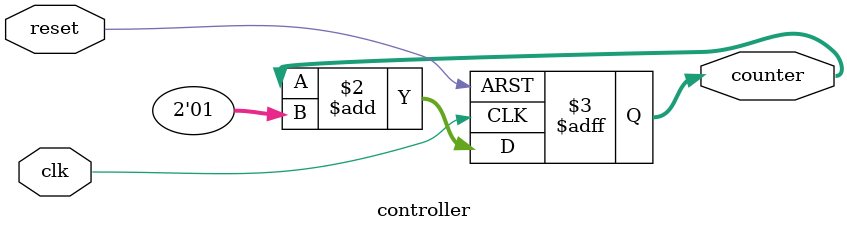
<source format=v>
`timescale 1ns / 1ps

module controller(
    reset,
    clk, //10k
    counter
    );

input reset;
input clk;
output reg [1:0] counter;

/* ===========Sequential circuits============ */
always@(posedge clk or posedge reset)begin
    if(reset)begin
        counter <= 2'd0;
    end
    else begin
        counter = counter + 2'd1;
    end
end


endmodule

</source>
